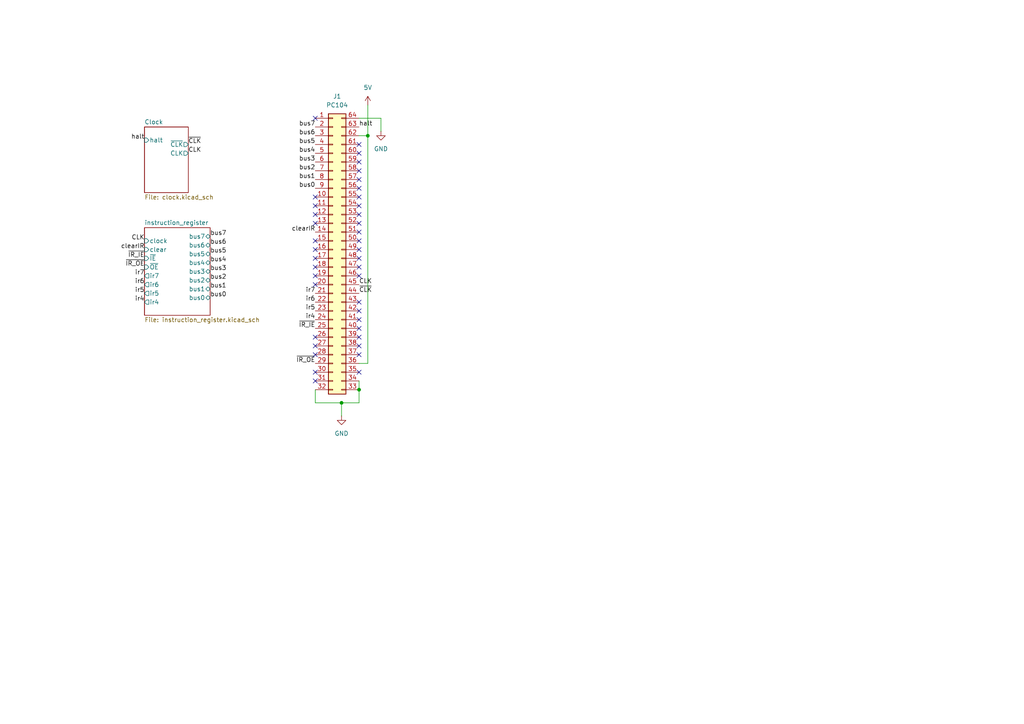
<source format=kicad_sch>
(kicad_sch (version 20231120) (generator "eeschema") (generator_version "8.0")
  (paper "A4")
  (title_block (title "Clock Module") (date "2024-10-22") (rev ".10") (company "Arsenal Gear"))
  (lib_symbols
    (symbol "Connector_Generic:Conn_02x32_Counter_Clockwise" (pin_names (offset 1.016) hide)
      (property "Reference" "J" (at 1.27 40.64 0))
      (property "Value" "Conn_02x32_Counter_Clockwise" (at 1.27 -43.18 0))
      (symbol "Conn_02x32_Counter_Clockwise_1_1"
        (rectangle (start -1.27 -40.513) (end 0 -40.767) (stroke (width 0.1524)))
        (rectangle (start -1.27 -37.973) (end 0 -38.227) (stroke (width 0.1524)))
        (rectangle (start -1.27 -35.433) (end 0 -35.687) (stroke (width 0.1524)))
        (rectangle (start -1.27 -32.893) (end 0 -33.147) (stroke (width 0.1524)))
        (rectangle (start -1.27 -30.353) (end 0 -30.607) (stroke (width 0.1524)))
        (rectangle (start -1.27 -27.813) (end 0 -28.067) (stroke (width 0.1524)))
        (rectangle (start -1.27 -25.273) (end 0 -25.527) (stroke (width 0.1524)))
        (rectangle (start -1.27 -22.733) (end 0 -22.987) (stroke (width 0.1524)))
        (rectangle (start -1.27 -20.193) (end 0 -20.447) (stroke (width 0.1524)))
        (rectangle (start -1.27 -17.653) (end 0 -17.907) (stroke (width 0.1524)))
        (rectangle (start -1.27 -15.113) (end 0 -15.367) (stroke (width 0.1524)))
        (rectangle (start -1.27 -12.573) (end 0 -12.827) (stroke (width 0.1524)))
        (rectangle (start -1.27 -10.033) (end 0 -10.287) (stroke (width 0.1524)))
        (rectangle (start -1.27 -7.493) (end 0 -7.747) (stroke (width 0.1524)))
        (rectangle (start -1.27 -4.953) (end 0 -5.207) (stroke (width 0.1524)))
        (rectangle (start -1.27 -2.413) (end 0 -2.667) (stroke (width 0.1524)))
        (rectangle (start -1.27 0.127) (end 0 -0.127) (stroke (width 0.1524)))
        (rectangle (start -1.27 2.667) (end 0 2.413) (stroke (width 0.1524)))
        (rectangle (start -1.27 5.207) (end 0 4.953) (stroke (width 0.1524)))
        (rectangle (start -1.27 7.747) (end 0 7.493) (stroke (width 0.1524)))
        (rectangle (start -1.27 10.287) (end 0 10.033) (stroke (width 0.1524)))
        (rectangle (start -1.27 12.827) (end 0 12.573) (stroke (width 0.1524)))
        (rectangle (start -1.27 15.367) (end 0 15.113) (stroke (width 0.1524)))
        (rectangle (start -1.27 17.907) (end 0 17.653) (stroke (width 0.1524)))
        (rectangle (start -1.27 20.447) (end 0 20.193) (stroke (width 0.1524)))
        (rectangle (start -1.27 22.987) (end 0 22.733) (stroke (width 0.1524)))
        (rectangle (start -1.27 25.527) (end 0 25.273) (stroke (width 0.1524)))
        (rectangle (start -1.27 28.067) (end 0 27.813) (stroke (width 0.1524)))
        (rectangle (start -1.27 30.607) (end 0 30.353) (stroke (width 0.1524)))
        (rectangle (start -1.27 33.147) (end 0 32.893) (stroke (width 0.1524)))
        (rectangle (start -1.27 35.687) (end 0 35.433) (stroke (width 0.1524)))
        (rectangle (start -1.27 38.227) (end 0 37.973) (stroke (width 0.1524)))
        (rectangle (start -1.27 39.37) (end 3.81 -41.91) (stroke (width 0.254)) (fill (type background)))
        (rectangle (start 3.81 -40.513) (end 2.54 -40.767) (stroke (width 0.1524)))
        (rectangle (start 3.81 -37.973) (end 2.54 -38.227) (stroke (width 0.1524)))
        (rectangle (start 3.81 -35.433) (end 2.54 -35.687) (stroke (width 0.1524)))
        (rectangle (start 3.81 -32.893) (end 2.54 -33.147) (stroke (width 0.1524)))
        (rectangle (start 3.81 -30.353) (end 2.54 -30.607) (stroke (width 0.1524)))
        (rectangle (start 3.81 -27.813) (end 2.54 -28.067) (stroke (width 0.1524)))
        (rectangle (start 3.81 -25.273) (end 2.54 -25.527) (stroke (width 0.1524)))
        (rectangle (start 3.81 -22.733) (end 2.54 -22.987) (stroke (width 0.1524)))
        (rectangle (start 3.81 -20.193) (end 2.54 -20.447) (stroke (width 0.1524)))
        (rectangle (start 3.81 -17.653) (end 2.54 -17.907) (stroke (width 0.1524)))
        (rectangle (start 3.81 -15.113) (end 2.54 -15.367) (stroke (width 0.1524)))
        (rectangle (start 3.81 -12.573) (end 2.54 -12.827) (stroke (width 0.1524)))
        (rectangle (start 3.81 -10.033) (end 2.54 -10.287) (stroke (width 0.1524)))
        (rectangle (start 3.81 -7.493) (end 2.54 -7.747) (stroke (width 0.1524)))
        (rectangle (start 3.81 -4.953) (end 2.54 -5.207) (stroke (width 0.1524)))
        (rectangle (start 3.81 -2.413) (end 2.54 -2.667) (stroke (width 0.1524)))
        (rectangle (start 3.81 0.127) (end 2.54 -0.127) (stroke (width 0.1524)))
        (rectangle (start 3.81 2.667) (end 2.54 2.413) (stroke (width 0.1524)))
        (rectangle (start 3.81 5.207) (end 2.54 4.953) (stroke (width 0.1524)))
        (rectangle (start 3.81 7.747) (end 2.54 7.493) (stroke (width 0.1524)))
        (rectangle (start 3.81 10.287) (end 2.54 10.033) (stroke (width 0.1524)))
        (rectangle (start 3.81 12.827) (end 2.54 12.573) (stroke (width 0.1524)))
        (rectangle (start 3.81 15.367) (end 2.54 15.113) (stroke (width 0.1524)))
        (rectangle (start 3.81 17.907) (end 2.54 17.653) (stroke (width 0.1524)))
        (rectangle (start 3.81 20.447) (end 2.54 20.193) (stroke (width 0.1524)))
        (rectangle (start 3.81 22.987) (end 2.54 22.733) (stroke (width 0.1524)))
        (rectangle (start 3.81 25.527) (end 2.54 25.273) (stroke (width 0.1524)))
        (rectangle (start 3.81 28.067) (end 2.54 27.813) (stroke (width 0.1524)))
        (rectangle (start 3.81 30.607) (end 2.54 30.353) (stroke (width 0.1524)))
        (rectangle (start 3.81 33.147) (end 2.54 32.893) (stroke (width 0.1524)))
        (rectangle (start 3.81 35.687) (end 2.54 35.433) (stroke (width 0.1524)))
        (rectangle (start 3.81 38.227) (end 2.54 37.973) (stroke (width 0.1524)))
        (pin passive line (at -5.08 38.1 0) (length 3.81) (name "Pin_1") (number "1"))
        (pin passive line (at -5.08 15.24 0) (length 3.81) (name "Pin_10") (number "10"))
        (pin passive line (at -5.08 12.7 0) (length 3.81) (name "Pin_11") (number "11"))
        (pin passive line (at -5.08 10.16 0) (length 3.81) (name "Pin_12") (number "12"))
        (pin passive line (at -5.08 7.62 0) (length 3.81) (name "Pin_13") (number "13"))
        (pin passive line (at -5.08 5.08 0) (length 3.81) (name "Pin_14") (number "14"))
        (pin passive line (at -5.08 2.54 0) (length 3.81) (name "Pin_15") (number "15"))
        (pin passive line (at -5.08 0 0) (length 3.81) (name "Pin_16") (number "16"))
        (pin passive line (at -5.08 -2.54 0) (length 3.81) (name "Pin_17") (number "17"))
        (pin passive line (at -5.08 -5.08 0) (length 3.81) (name "Pin_18") (number "18"))
        (pin passive line (at -5.08 -7.62 0) (length 3.81) (name "Pin_19") (number "19"))
        (pin passive line (at -5.08 35.56 0) (length 3.81) (name "Pin_2") (number "2"))
        (pin passive line (at -5.08 -10.16 0) (length 3.81) (name "Pin_20") (number "20"))
        (pin passive line (at -5.08 -12.7 0) (length 3.81) (name "Pin_21") (number "21"))
        (pin passive line (at -5.08 -15.24 0) (length 3.81) (name "Pin_22") (number "22"))
        (pin passive line (at -5.08 -17.78 0) (length 3.81) (name "Pin_23") (number "23"))
        (pin passive line (at -5.08 -20.32 0) (length 3.81) (name "Pin_24") (number "24"))
        (pin passive line (at -5.08 -22.86 0) (length 3.81) (name "Pin_25") (number "25"))
        (pin passive line (at -5.08 -25.4 0) (length 3.81) (name "Pin_26") (number "26"))
        (pin passive line (at -5.08 -27.94 0) (length 3.81) (name "Pin_27") (number "27"))
        (pin passive line (at -5.08 -30.48 0) (length 3.81) (name "Pin_28") (number "28"))
        (pin passive line (at -5.08 -33.02 0) (length 3.81) (name "Pin_29") (number "29"))
        (pin passive line (at -5.08 33.02 0) (length 3.81) (name "Pin_3") (number "3"))
        (pin passive line (at -5.08 -35.56 0) (length 3.81) (name "Pin_30") (number "30"))
        (pin passive line (at -5.08 -38.1 0) (length 3.81) (name "Pin_31") (number "31"))
        (pin passive line (at -5.08 -40.64 0) (length 3.81) (name "Pin_32") (number "32"))
        (pin passive line (at 7.62 -40.64 180) (length 3.81) (name "Pin_33") (number "33"))
        (pin passive line (at 7.62 -38.1 180) (length 3.81) (name "Pin_34") (number "34"))
        (pin passive line (at 7.62 -35.56 180) (length 3.81) (name "Pin_35") (number "35"))
        (pin passive line (at 7.62 -33.02 180) (length 3.81) (name "Pin_36") (number "36"))
        (pin passive line (at 7.62 -30.48 180) (length 3.81) (name "Pin_37") (number "37"))
        (pin passive line (at 7.62 -27.94 180) (length 3.81) (name "Pin_38") (number "38"))
        (pin passive line (at 7.62 -25.4 180) (length 3.81) (name "Pin_39") (number "39"))
        (pin passive line (at -5.08 30.48 0) (length 3.81) (name "Pin_4") (number "4"))
        (pin passive line (at 7.62 -22.86 180) (length 3.81) (name "Pin_40") (number "40"))
        (pin passive line (at 7.62 -20.32 180) (length 3.81) (name "Pin_41") (number "41"))
        (pin passive line (at 7.62 -17.78 180) (length 3.81) (name "Pin_42") (number "42"))
        (pin passive line (at 7.62 -15.24 180) (length 3.81) (name "Pin_43") (number "43"))
        (pin passive line (at 7.62 -12.7 180) (length 3.81) (name "Pin_44") (number "44"))
        (pin passive line (at 7.62 -10.16 180) (length 3.81) (name "Pin_45") (number "45"))
        (pin passive line (at 7.62 -7.62 180) (length 3.81) (name "Pin_46") (number "46"))
        (pin passive line (at 7.62 -5.08 180) (length 3.81) (name "Pin_47") (number "47"))
        (pin passive line (at 7.62 -2.54 180) (length 3.81) (name "Pin_48") (number "48"))
        (pin passive line (at 7.62 0 180) (length 3.81) (name "Pin_49") (number "49"))
        (pin passive line (at -5.08 27.94 0) (length 3.81) (name "Pin_5") (number "5"))
        (pin passive line (at 7.62 2.54 180) (length 3.81) (name "Pin_50") (number "50"))
        (pin passive line (at 7.62 5.08 180) (length 3.81) (name "Pin_51") (number "51"))
        (pin passive line (at 7.62 7.62 180) (length 3.81) (name "Pin_52") (number "52"))
        (pin passive line (at 7.62 10.16 180) (length 3.81) (name "Pin_53") (number "53"))
        (pin passive line (at 7.62 12.7 180) (length 3.81) (name "Pin_54") (number "54"))
        (pin passive line (at 7.62 15.24 180) (length 3.81) (name "Pin_55") (number "55"))
        (pin passive line (at 7.62 17.78 180) (length 3.81) (name "Pin_56") (number "56"))
        (pin passive line (at 7.62 20.32 180) (length 3.81) (name "Pin_57") (number "57"))
        (pin passive line (at 7.62 22.86 180) (length 3.81) (name "Pin_58") (number "58"))
        (pin passive line (at 7.62 25.4 180) (length 3.81) (name "Pin_59") (number "59"))
        (pin passive line (at -5.08 25.4 0) (length 3.81) (name "Pin_6") (number "6"))
        (pin passive line (at 7.62 27.94 180) (length 3.81) (name "Pin_60") (number "60"))
        (pin passive line (at 7.62 30.48 180) (length 3.81) (name "Pin_61") (number "61"))
        (pin passive line (at 7.62 33.02 180) (length 3.81) (name "Pin_62") (number "62"))
        (pin passive line (at 7.62 35.56 180) (length 3.81) (name "Pin_63") (number "63"))
        (pin passive line (at 7.62 38.1 180) (length 3.81) (name "Pin_64") (number "64"))
        (pin passive line (at -5.08 22.86 0) (length 3.81) (name "Pin_7") (number "7"))
        (pin passive line (at -5.08 20.32 0) (length 3.81) (name "Pin_8") (number "8"))
        (pin passive line (at -5.08 17.78 0) (length 3.81) (name "Pin_9") (number "9"))
      )
    )
    (symbol "power:GND" (power) (pin_numbers hide) (pin_names (offset 0) hide)
      (property "Value" "GND" (at 0 -3.81 0))
      (symbol "GND_0_1"
        (polyline (pts (xy 0 0) (xy 0 -1.27) (xy 1.27 -1.27) (xy 0 -2.54) (xy -1.27 -1.27) (xy 0 -1.27)))
      )
      (symbol "GND_1_1"
        (pin power_in line (at 0 0 270) (length 0) (name "~") (number "1"))
      )
    )
    (symbol "power:VCC" (power) (pin_numbers hide) (pin_names (offset 0) hide)
      (property "Value" "VCC" (at 0 3.556 0))
      (symbol "VCC_0_1"
        (polyline (pts (xy -0.762 1.27) (xy 0 2.54)))
        (polyline (pts (xy 0 0) (xy 0 2.54)))
        (polyline (pts (xy 0 2.54) (xy 0.762 1.27)))
      )
      (symbol "VCC_1_1"
        (pin power_in line (at 0 0 90) (length 0) (name "~") (number "1"))
      )
    )
  )
  (junction (at 104.14 113.03))
  (junction (at 99.06 116.84))
  (junction (at 106.68 39.37))
  (no_connect (at 91.44 34.29))
  (no_connect (at 104.14 69.85))
  (no_connect (at 104.14 87.63))
  (no_connect (at 104.14 97.79))
  (no_connect (at 91.44 62.23))
  (no_connect (at 91.44 82.55))
  (no_connect (at 104.14 54.61))
  (no_connect (at 91.44 72.39))
  (no_connect (at 104.14 64.77))
  (no_connect (at 104.14 77.47))
  (no_connect (at 104.14 102.87))
  (no_connect (at 104.14 74.93))
  (no_connect (at 91.44 74.93))
  (no_connect (at 91.44 80.01))
  (no_connect (at 91.44 57.15))
  (no_connect (at 91.44 102.87))
  (no_connect (at 104.14 52.07))
  (no_connect (at 104.14 46.99))
  (no_connect (at 91.44 59.69))
  (no_connect (at 104.14 90.17))
  (no_connect (at 104.14 41.91))
  (no_connect (at 104.14 44.45))
  (no_connect (at 104.14 57.15))
  (no_connect (at 91.44 110.49))
  (no_connect (at 91.44 107.95))
  (no_connect (at 104.14 92.71))
  (no_connect (at 104.14 59.69))
  (no_connect (at 91.44 100.33))
  (no_connect (at 104.14 62.23))
  (no_connect (at 104.14 67.31))
  (no_connect (at 91.44 64.77))
  (no_connect (at 104.14 49.53))
  (no_connect (at 104.14 107.95))
  (no_connect (at 91.44 69.85))
  (no_connect (at 91.44 97.79))
  (no_connect (at 104.14 95.25))
  (no_connect (at 104.14 100.33))
  (no_connect (at 91.44 77.47))
  (no_connect (at 104.14 72.39))
  (no_connect (at 104.14 80.01))
  (wire (pts (xy 104.14 110.49) (xy 104.14 113.03)))
  (wire (pts (xy 104.14 116.84) (xy 104.14 113.03)))
  (wire (pts (xy 110.49 34.29) (xy 110.49 38.1)))
  (wire (pts (xy 91.44 116.84) (xy 99.06 116.84)))
  (wire (pts (xy 104.14 34.29) (xy 110.49 34.29)))
  (wire (pts (xy 104.14 105.41) (xy 106.68 105.41)))
  (wire (pts (xy 99.06 116.84) (xy 99.06 120.65)))
  (wire (pts (xy 106.68 39.37) (xy 104.14 39.37)))
  (wire (pts (xy 99.06 116.84) (xy 104.14 116.84)))
  (wire (pts (xy 106.68 105.41) (xy 106.68 39.37)))
  (wire (pts (xy 106.68 30.48) (xy 106.68 39.37)))
  (wire (pts (xy 91.44 113.03) (xy 91.44 116.84)))
  (label "ir7" (at 91.44 85.09 180))
  (label "bus6" (at 91.44 39.37 180))
  (label "bus3" (at 91.44 46.99 180))
  (label "ir7" (at 41.91 80.01 180))
  (label "bus4" (at 91.44 44.45 180))
  (label "bus4" (at 60.96 76.2 0))
  (label "bus0" (at 91.44 54.61 180))
  (label "~{IR_IE}" (at 41.91 74.93 180))
  (label "ir4" (at 41.91 87.63 180))
  (label "ir5" (at 41.91 85.09 180))
  (label "~{IR_OE}" (at 41.91 77.47 180))
  (label "bus3" (at 60.96 78.74 0))
  (label "~{CLK}" (at 104.14 85.09 0))
  (label "CLK" (at 104.14 82.55 0))
  (label "bus7" (at 91.44 36.83 180))
  (label "halt" (at 41.91 40.64 180))
  (label "bus7" (at 60.96 68.58 0))
  (label "CLK" (at 54.61 44.45 0))
  (label "CLK" (at 41.91 69.85 180))
  (label "bus5" (at 60.96 73.66 0))
  (label "~{IR_IE}" (at 91.44 95.25 180))
  (label "~{IR_OE}" (at 91.44 105.41 180))
  (label "ir4" (at 91.44 92.71 180))
  (label "bus6" (at 60.96 71.12 0))
  (label "bus2" (at 91.44 49.53 180))
  (label "clearIR" (at 41.91 72.39 180))
  (label "bus1" (at 91.44 52.07 180))
  (label "bus2" (at 60.96 81.28 0))
  (label "clearIR" (at 91.44 67.31 180))
  (label "bus1" (at 60.96 83.82 0))
  (label "~{CLK}" (at 54.61 41.91 0))
  (label "bus0" (at 60.96 86.36 0))
  (label "ir6" (at 41.91 82.55 180))
  (label "halt" (at 104.14 36.83 0))
  (label "ir5" (at 91.44 90.17 180))
  (label "bus5" (at 91.44 41.91 180))
  (label "ir6" (at 91.44 87.63 180))
  (symbol (lib_id "power:VCC") (at 106.68 30.48 0) (unit 1) (exclude_from_sim yes)
    (property "Reference" "#PWR033" (effects (hide yes)))
    (property "Value" "5V" (at 106.68 25.4 0))
    (property "Description" "Power symbol creates a global label with name \"VCC\"" (effects (hide yes)))
  )
  (symbol (lib_id "power:GND") (at 99.06 120.65 0) (unit 1) (exclude_from_sim yes)
    (property "Reference" "#PWR032" (effects (hide yes)))
    (property "Value" "GND" (at 99.06 125.73 0))
    (property "Description" "Power symbol creates a global label with name \"GND\" , ground" (effects (hide yes)))
  )
  (symbol (lib_id "power:GND") (at 110.49 38.1 0) (unit 1) (exclude_from_sim yes)
    (property "Reference" "#PWR034" (effects (hide yes)))
    (property "Value" "GND" (at 110.49 43.18 0))
    (property "Description" "Power symbol creates a global label with name \"GND\" , ground" (effects (hide yes)))
  )
  (symbol (lib_id "Connector_Generic:Conn_02x32_Counter_Clockwise") (at 96.52 72.39 0) (unit 1)
    (property "Reference" "J1" (at 97.79 27.94 0))
    (property "Value" "PC104" (at 97.79 30.48 0))
    (property "Footprint" "Connector_PinSocket_2.54mm:PinSocket_2x32_P2.54mm_Vertical" (effects (hide yes)))
    (property "Description" "Generic connector, double row, 02x32, counter clockwise pin numbering scheme (similar to DIP package numbering), script generated (kicad-library-utils/schlib/autogen/connector/)" (effects (hide yes)))
  )
  (sheet (at 41.91 36.83) (size 12.7 19.05) (stroke (width 0.1524))
    (property "Sheetname" "Clock" (at 41.91 36.1184 0) (effects (justify left bottom)))
    (property "Sheetfile" "clock.kicad_sch" (at 41.91 56.4646 0) (effects (justify left top)))
    (pin "halt" input (at 41.91 40.64 180))
    (pin "~{CLK}" output (at 54.61 41.91 0))
    (pin "CLK" output (at 54.61 44.45 0))
  )
  (sheet (at 41.91 66.04) (size 19.05 25.4) (stroke (width 0.1524))
    (property "Sheetname" "instruction_register" (at 41.91 65.3284 0) (effects (justify left bottom)))
    (property "Sheetfile" "instruction_register.kicad_sch" (at 41.91 92.0246 0) (effects (justify left top)))
    (pin "bus7" bidirectional (at 60.96 68.58 0))
    (pin "bus1" bidirectional (at 60.96 83.82 0))
    (pin "bus0" bidirectional (at 60.96 86.36 0))
    (pin "bus2" bidirectional (at 60.96 81.28 0))
    (pin "bus3" bidirectional (at 60.96 78.74 0))
    (pin "bus5" bidirectional (at 60.96 73.66 0))
    (pin "bus4" bidirectional (at 60.96 76.2 0))
    (pin "bus6" bidirectional (at 60.96 71.12 0))
    (pin "clock" input (at 41.91 69.85 180))
    (pin "clear" input (at 41.91 72.39 180))
    (pin "~{IE}" input (at 41.91 74.93 180))
    (pin "~{OE}" input (at 41.91 77.47 180))
    (pin "ir6" output (at 41.91 82.55 180))
    (pin "ir7" output (at 41.91 80.01 180))
    (pin "ir4" output (at 41.91 87.63 180))
    (pin "ir5" output (at 41.91 85.09 180))
  )
)
</source>
